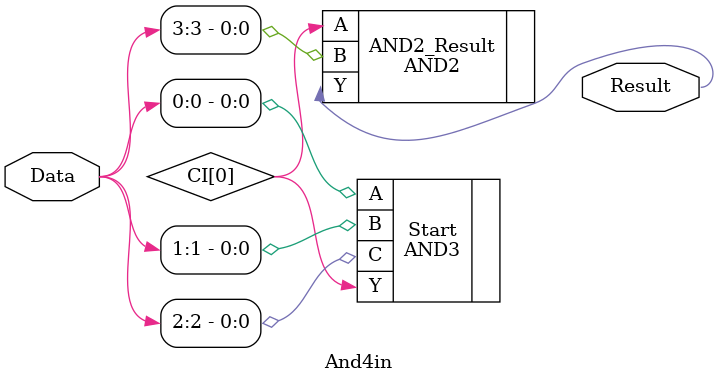
<source format=v>
`timescale 1 ns/100 ps


module And4in(
       Data,
       Result
    );
input  [3:0] Data;
output Result;

    wire \CI[0] ;
    
    AND3 Start (.A(Data[0]), .B(Data[1]), .C(Data[2]), .Y(\CI[0] ));
    AND2 AND2_Result (.A(\CI[0] ), .B(Data[3]), .Y(Result));
    
endmodule

// _Disclaimer: Please leave the following comments in the file, they are for internal purposes only._


// _GEN_File_Contents_

// Version:11.9.0.4
// ACTGENU_CALL:1
// BATCH:T
// FAM:PA3LC
// OUTFORMAT:Verilog
// LPMTYPE:LPM_AND
// LPM_HINT:NONE
// INSERT_PAD:NO
// INSERT_IOREG:NO
// GEN_BHV_VHDL_VAL:F
// GEN_BHV_VERILOG_VAL:F
// MGNTIMER:F
// MGNCMPL:T
// DESDIR:D:/project/program/QUARTUS/eda/Counter/smartgen\And4in
// GEN_BEHV_MODULE:F
// SMARTGEN_DIE:IS2X2M1
// SMARTGEN_PACKAGE:vq100
// AGENIII_IS_SUBPROJECT_LIBERO:T
// SIZE:4
// RESULT_POLARITY:1

// _End_Comments_


</source>
